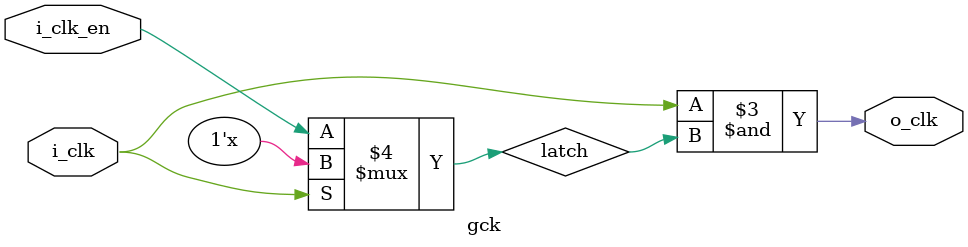
<source format=v>
module gck(
input i_clk,
input i_clk_en,

output o_clk
);

reg latch;
always @(i_clk or i_clk_en)begin
    if(!i_clk)
        latch <= i_clk_en;
end

assign o_clk = i_clk & latch;

endmodule

</source>
